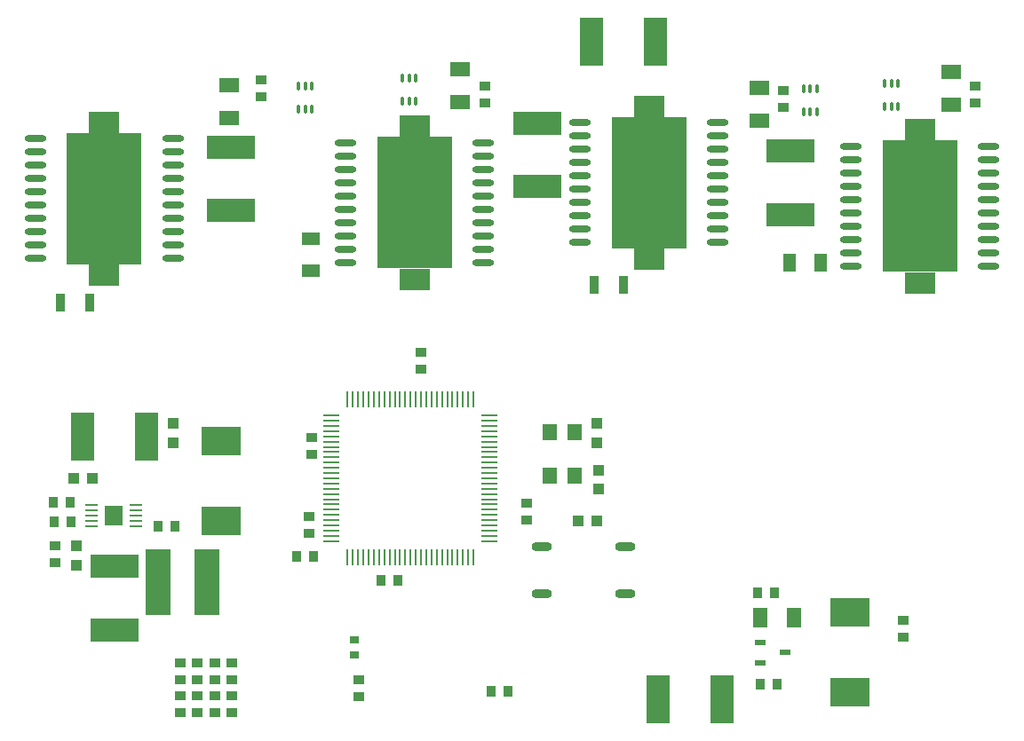
<source format=gtp>
%FSLAX25Y25*%
%MOIN*%
G70*
G01*
G75*
G04 Layer_Color=8421504*
%ADD10R,0.07480X0.05315*%
%ADD11R,0.03937X0.03543*%
%ADD12R,0.03543X0.03937*%
%ADD13R,0.04331X0.04331*%
%ADD14O,0.05315X0.00984*%
%ADD15R,0.06614X0.07402*%
%ADD16R,0.11417X0.07874*%
%ADD17R,0.28346X0.49606*%
%ADD18O,0.08071X0.02362*%
%ADD19O,0.01575X0.03347*%
%ADD20R,0.04331X0.04331*%
%ADD21R,0.04528X0.07087*%
%ADD22R,0.08858X0.18110*%
%ADD23R,0.18110X0.08858*%
%ADD24R,0.09291X0.24882*%
%ADD25R,0.03740X0.06693*%
%ADD26R,0.15000X0.11000*%
%ADD27O,0.07677X0.03543*%
%ADD28R,0.05500X0.06300*%
%ADD29O,0.06102X0.00984*%
%ADD30O,0.00984X0.06102*%
%ADD31R,0.05315X0.07480*%
%ADD32R,0.03937X0.02362*%
%ADD33R,0.03543X0.02756*%
%ADD34R,0.07087X0.04528*%
%ADD35C,0.01200*%
%ADD36C,0.01000*%
%ADD37C,0.00700*%
%ADD38C,0.04000*%
%ADD39C,0.03000*%
%ADD40C,0.02000*%
%ADD41C,0.08000*%
%ADD42C,0.05000*%
%ADD43C,0.02500*%
%ADD44C,0.01500*%
%ADD45C,0.07500*%
%ADD46C,0.05512*%
%ADD47R,0.05512X0.05512*%
%ADD48C,0.05906*%
%ADD49R,0.05906X0.05906*%
%ADD50R,0.06000X0.06000*%
%ADD51C,0.06000*%
%ADD52R,0.05906X0.05906*%
%ADD53R,0.05512X0.05512*%
%ADD54C,0.03500*%
%ADD55C,0.05000*%
%ADD56C,0.01969*%
%ADD57C,0.07000*%
%ADD58C,0.05500*%
%ADD59C,0.04500*%
%ADD60C,0.00984*%
%ADD61C,0.00394*%
%ADD62C,0.02362*%
%ADD63C,0.00787*%
%ADD64C,0.00500*%
%ADD65C,0.00800*%
D10*
X241500Y430299D02*
D03*
Y417701D02*
D03*
X328000Y436299D02*
D03*
Y423701D02*
D03*
X440500Y429299D02*
D03*
Y416701D02*
D03*
X512500Y435299D02*
D03*
Y422701D02*
D03*
D11*
X272500Y291350D02*
D03*
Y297650D02*
D03*
X271500Y268150D02*
D03*
Y261850D02*
D03*
X494500Y229150D02*
D03*
Y222850D02*
D03*
X353000Y266850D02*
D03*
Y273150D02*
D03*
X313500Y329650D02*
D03*
Y323350D02*
D03*
X337500Y429650D02*
D03*
Y423350D02*
D03*
X521500Y429650D02*
D03*
Y423350D02*
D03*
X449500Y428150D02*
D03*
Y421850D02*
D03*
X253500Y432150D02*
D03*
Y425850D02*
D03*
X176000Y257150D02*
D03*
Y250850D02*
D03*
X242500Y194350D02*
D03*
Y200650D02*
D03*
X236000Y194350D02*
D03*
Y200650D02*
D03*
X229500Y194350D02*
D03*
Y200650D02*
D03*
X223000Y194350D02*
D03*
Y200650D02*
D03*
X242500Y213150D02*
D03*
Y206850D02*
D03*
X236000Y213150D02*
D03*
Y206850D02*
D03*
X229500Y213150D02*
D03*
Y206850D02*
D03*
X223000Y213150D02*
D03*
Y206850D02*
D03*
X290000Y200350D02*
D03*
Y206650D02*
D03*
D12*
X273150Y253000D02*
D03*
X266850D02*
D03*
X446150Y239500D02*
D03*
X439850D02*
D03*
X221150Y264500D02*
D03*
X214850D02*
D03*
X346150Y202500D02*
D03*
X339850D02*
D03*
X175850Y266000D02*
D03*
X182150D02*
D03*
X304650Y244000D02*
D03*
X298350D02*
D03*
X440850Y205000D02*
D03*
X447150D02*
D03*
X175350Y273500D02*
D03*
X181650D02*
D03*
D13*
X372457Y266500D02*
D03*
X379543D02*
D03*
X182957Y282500D02*
D03*
X190043D02*
D03*
D14*
X206268Y264563D02*
D03*
Y266531D02*
D03*
Y268500D02*
D03*
Y270468D02*
D03*
Y272437D02*
D03*
X189732Y264563D02*
D03*
Y266531D02*
D03*
Y268500D02*
D03*
Y270468D02*
D03*
Y272437D02*
D03*
D15*
X198000Y268500D02*
D03*
D16*
X500665Y413410D02*
D03*
Y355929D02*
D03*
X399000Y422240D02*
D03*
Y364760D02*
D03*
X194500Y416240D02*
D03*
Y358760D02*
D03*
X311000Y414740D02*
D03*
Y357260D02*
D03*
D17*
X500665Y384669D02*
D03*
X399000Y393500D02*
D03*
X194500Y387500D02*
D03*
X311000Y386000D02*
D03*
D18*
X474780Y407169D02*
D03*
Y402169D02*
D03*
Y397169D02*
D03*
Y392169D02*
D03*
Y387169D02*
D03*
Y382169D02*
D03*
Y377169D02*
D03*
Y372169D02*
D03*
Y367169D02*
D03*
Y362169D02*
D03*
X526551Y407169D02*
D03*
Y402169D02*
D03*
Y397169D02*
D03*
Y392169D02*
D03*
Y387169D02*
D03*
Y382169D02*
D03*
Y377169D02*
D03*
Y372169D02*
D03*
Y367169D02*
D03*
X373114Y416000D02*
D03*
Y411000D02*
D03*
Y406000D02*
D03*
Y401000D02*
D03*
Y396000D02*
D03*
Y391000D02*
D03*
Y386000D02*
D03*
Y381000D02*
D03*
Y376000D02*
D03*
Y371000D02*
D03*
X424886Y416000D02*
D03*
Y411000D02*
D03*
Y406000D02*
D03*
Y401000D02*
D03*
Y396000D02*
D03*
Y391000D02*
D03*
Y386000D02*
D03*
Y381000D02*
D03*
Y376000D02*
D03*
Y371000D02*
D03*
X168614Y410000D02*
D03*
Y405000D02*
D03*
Y400000D02*
D03*
Y395000D02*
D03*
Y390000D02*
D03*
Y385000D02*
D03*
Y380000D02*
D03*
Y375000D02*
D03*
Y370000D02*
D03*
Y365000D02*
D03*
X220386Y410000D02*
D03*
Y405000D02*
D03*
Y400000D02*
D03*
Y395000D02*
D03*
Y390000D02*
D03*
Y385000D02*
D03*
Y380000D02*
D03*
Y375000D02*
D03*
Y370000D02*
D03*
Y365000D02*
D03*
X285114Y408500D02*
D03*
Y403500D02*
D03*
Y398500D02*
D03*
Y393500D02*
D03*
Y388500D02*
D03*
Y383500D02*
D03*
Y378500D02*
D03*
Y373500D02*
D03*
Y368500D02*
D03*
Y363500D02*
D03*
X336886Y408500D02*
D03*
Y403500D02*
D03*
Y398500D02*
D03*
Y393500D02*
D03*
Y388500D02*
D03*
Y383500D02*
D03*
Y378500D02*
D03*
Y373500D02*
D03*
Y368500D02*
D03*
Y363500D02*
D03*
X526551Y362169D02*
D03*
D19*
X487441Y422071D02*
D03*
X490000D02*
D03*
X492559D02*
D03*
X487441Y430929D02*
D03*
X490000D02*
D03*
X492559D02*
D03*
X456941Y420071D02*
D03*
X459500D02*
D03*
X462059D02*
D03*
X456941Y428929D02*
D03*
X459500D02*
D03*
X462059D02*
D03*
X267441Y421071D02*
D03*
X270000D02*
D03*
X272559D02*
D03*
X267441Y429929D02*
D03*
X270000D02*
D03*
X272559D02*
D03*
X306441Y424071D02*
D03*
X309000D02*
D03*
X311559D02*
D03*
X306441Y432929D02*
D03*
X309000D02*
D03*
X311559D02*
D03*
D20*
X220500Y303043D02*
D03*
Y295957D02*
D03*
X184000Y257043D02*
D03*
Y249957D02*
D03*
X379500Y295957D02*
D03*
Y303043D02*
D03*
X380000Y278457D02*
D03*
Y285543D02*
D03*
D21*
X451594Y363500D02*
D03*
X463406D02*
D03*
D22*
X186591Y298000D02*
D03*
X210409D02*
D03*
X401409Y446500D02*
D03*
X377590D02*
D03*
X426409Y199500D02*
D03*
X402591D02*
D03*
D23*
X198500Y225590D02*
D03*
Y249410D02*
D03*
X452000Y405409D02*
D03*
Y381591D02*
D03*
X357000Y415909D02*
D03*
X242000Y406910D02*
D03*
Y383090D02*
D03*
X357000Y392091D02*
D03*
D24*
X233134Y243500D02*
D03*
X214866D02*
D03*
D25*
X378488Y355000D02*
D03*
X389512D02*
D03*
X177988Y348500D02*
D03*
X189012D02*
D03*
D26*
X238500Y266500D02*
D03*
Y296500D02*
D03*
X474500Y202000D02*
D03*
Y232000D02*
D03*
D27*
X358850Y256858D02*
D03*
Y239142D02*
D03*
X390150Y256858D02*
D03*
Y239142D02*
D03*
D28*
X371250Y283350D02*
D03*
Y299650D02*
D03*
X361750D02*
D03*
Y283350D02*
D03*
D29*
X279874Y258878D02*
D03*
Y260846D02*
D03*
Y262815D02*
D03*
Y264784D02*
D03*
Y266752D02*
D03*
Y268721D02*
D03*
Y270689D02*
D03*
Y272657D02*
D03*
Y274626D02*
D03*
Y276594D02*
D03*
Y278563D02*
D03*
Y280532D02*
D03*
Y282500D02*
D03*
Y284469D02*
D03*
Y286437D02*
D03*
Y288405D02*
D03*
Y290374D02*
D03*
Y292342D02*
D03*
Y294311D02*
D03*
Y296280D02*
D03*
Y298248D02*
D03*
Y300217D02*
D03*
Y302185D02*
D03*
Y304153D02*
D03*
Y306122D02*
D03*
X339126D02*
D03*
Y304153D02*
D03*
Y302185D02*
D03*
Y300217D02*
D03*
Y298248D02*
D03*
Y296280D02*
D03*
Y294311D02*
D03*
Y292342D02*
D03*
Y290374D02*
D03*
Y288405D02*
D03*
Y286437D02*
D03*
Y284469D02*
D03*
Y282500D02*
D03*
Y280532D02*
D03*
Y278563D02*
D03*
Y276594D02*
D03*
Y274626D02*
D03*
Y272657D02*
D03*
Y270689D02*
D03*
Y268721D02*
D03*
Y266752D02*
D03*
Y264784D02*
D03*
Y262815D02*
D03*
Y260846D02*
D03*
Y258878D02*
D03*
D30*
X285878Y312126D02*
D03*
X287846D02*
D03*
X289815D02*
D03*
X291783D02*
D03*
X293752D02*
D03*
X295721D02*
D03*
X297689D02*
D03*
X299658D02*
D03*
X301626D02*
D03*
X303594D02*
D03*
X305563D02*
D03*
X307531D02*
D03*
X309500D02*
D03*
X311469D02*
D03*
X313437D02*
D03*
X315406D02*
D03*
X317374D02*
D03*
X319342D02*
D03*
X321311D02*
D03*
X323280D02*
D03*
X325248D02*
D03*
X327217D02*
D03*
X329185D02*
D03*
X331153D02*
D03*
X333122D02*
D03*
Y252874D02*
D03*
X331153D02*
D03*
X329185D02*
D03*
X327217D02*
D03*
X325248D02*
D03*
X323280D02*
D03*
X321311D02*
D03*
X319342D02*
D03*
X317374D02*
D03*
X315406D02*
D03*
X313437D02*
D03*
X311469D02*
D03*
X309500D02*
D03*
X307531D02*
D03*
X305563D02*
D03*
X303594D02*
D03*
X301626D02*
D03*
X299658D02*
D03*
X297689D02*
D03*
X295721D02*
D03*
X293752D02*
D03*
X291783D02*
D03*
X289815D02*
D03*
X287846D02*
D03*
X285878D02*
D03*
D31*
X440701Y230000D02*
D03*
X453299D02*
D03*
D32*
X450224Y217000D02*
D03*
X440776Y213260D02*
D03*
Y220740D02*
D03*
D33*
X288500Y216244D02*
D03*
Y221756D02*
D03*
D34*
X272000Y372406D02*
D03*
Y360595D02*
D03*
M02*

</source>
